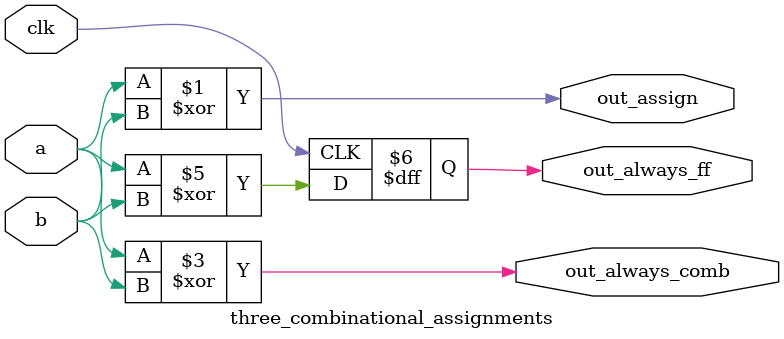
<source format=v>
module three_combinational_assignments(
    input clk,
    input a,
    input b,
    output wire out_assign,
    output reg out_always_comb,
    output reg out_always_ff   );
    // Continual, combinational, memory-less, and asynchronous.
    assign out_assign = (a ^ b);
    // Blocking, combinational, memory-less, and asynchronous. "Level triggered"
    //always_comb begin
    always @(*) begin
        out_always_comb = (a ^ b);
    end
    // Blocking, combinational, memory-less, and clocked. "Edge triggered"
    //always_ff @(posedge clk) begin
    always @(posedge clk) begin
        out_always_ff = (a ^ b);
    end

endmodule
</source>
